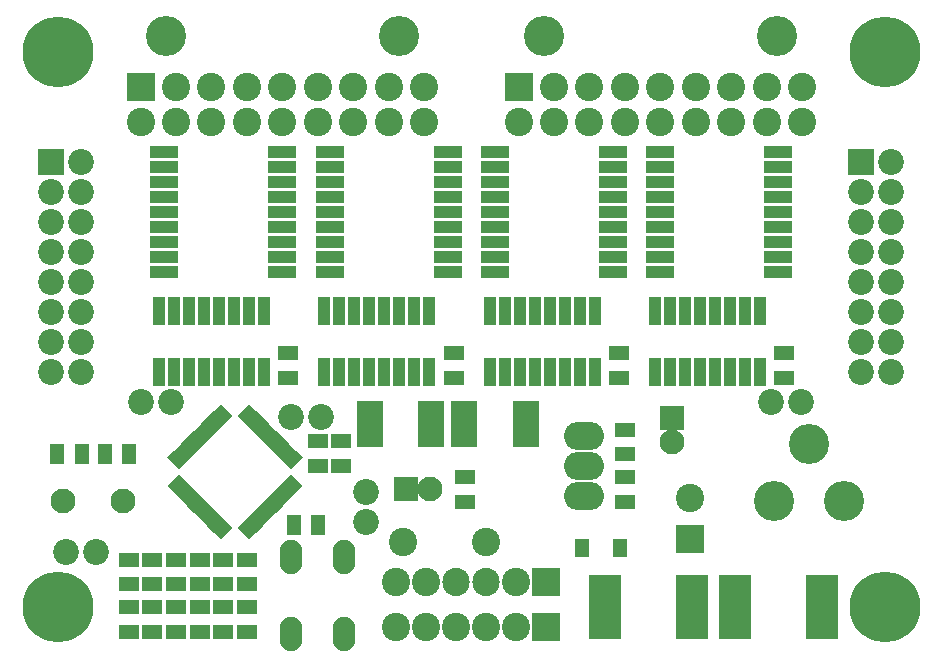
<source format=gbr>
G04 #@! TF.FileFunction,Soldermask,Top*
%FSLAX46Y46*%
G04 Gerber Fmt 4.6, Leading zero omitted, Abs format (unit mm)*
G04 Created by KiCad (PCBNEW (2015-08-26 BZR 6129, Git 2e41367)-product) date 17-08-10 10:08:59 AM*
%MOMM*%
G01*
G04 APERTURE LIST*
%ADD10C,0.100000*%
%ADD11R,1.700000X1.300000*%
%ADD12R,1.000000X2.400000*%
%ADD13R,2.400000X1.000000*%
%ADD14R,2.190000X2.190000*%
%ADD15C,2.190000*%
%ADD16R,1.300000X1.700000*%
%ADD17O,3.400000X2.400000*%
%ADD18C,6.000000*%
%ADD19R,2.400000X2.400000*%
%ADD20C,2.400000*%
%ADD21O,2.300000X2.400000*%
%ADD22C,2.100000*%
%ADD23R,2.700000X5.500000*%
%ADD24R,2.180000X3.900000*%
%ADD25O,1.900000X2.900000*%
%ADD26C,3.400000*%
%ADD27R,1.310000X1.620000*%
%ADD28R,2.100000X2.100000*%
G04 APERTURE END LIST*
D10*
D11*
X26500000Y10550000D03*
X26500000Y8450000D03*
X-1500000Y10550000D03*
X-1500000Y8450000D03*
D12*
X24445000Y14100000D03*
X23175000Y14100000D03*
X21905000Y14100000D03*
X20635000Y14100000D03*
X19365000Y14100000D03*
X18095000Y14100000D03*
X16825000Y14100000D03*
X15555000Y14100000D03*
X15555000Y8900000D03*
X16825000Y8900000D03*
X18095000Y8900000D03*
X19365000Y8900000D03*
X20635000Y8900000D03*
X21905000Y8900000D03*
X23175000Y8900000D03*
X24445000Y8900000D03*
D13*
X16000000Y27580000D03*
X16000000Y26310000D03*
X16000000Y25040000D03*
X16000000Y23770000D03*
X16000000Y22500000D03*
X16000000Y21230000D03*
X16000000Y19960000D03*
X16000000Y18690000D03*
X16000000Y17420000D03*
X26000000Y17420000D03*
X26000000Y18690000D03*
X26000000Y19960000D03*
X26000000Y21230000D03*
X26000000Y22500000D03*
X26000000Y23770000D03*
X26000000Y25040000D03*
X26000000Y26310000D03*
X26000000Y27580000D03*
D12*
X10445000Y14100000D03*
X9175000Y14100000D03*
X7905000Y14100000D03*
X6635000Y14100000D03*
X5365000Y14100000D03*
X4095000Y14100000D03*
X2825000Y14100000D03*
X1555000Y14100000D03*
X1555000Y8900000D03*
X2825000Y8900000D03*
X4095000Y8900000D03*
X5365000Y8900000D03*
X6635000Y8900000D03*
X7905000Y8900000D03*
X9175000Y8900000D03*
X10445000Y8900000D03*
D13*
X2000000Y27580000D03*
X2000000Y26310000D03*
X2000000Y25040000D03*
X2000000Y23770000D03*
X2000000Y22500000D03*
X2000000Y21230000D03*
X2000000Y19960000D03*
X2000000Y18690000D03*
X2000000Y17420000D03*
X12000000Y17420000D03*
X12000000Y18690000D03*
X12000000Y19960000D03*
X12000000Y21230000D03*
X12000000Y22500000D03*
X12000000Y23770000D03*
X12000000Y25040000D03*
X12000000Y26310000D03*
X12000000Y27580000D03*
D12*
X-3555000Y14100000D03*
X-4825000Y14100000D03*
X-6095000Y14100000D03*
X-7365000Y14100000D03*
X-8635000Y14100000D03*
X-9905000Y14100000D03*
X-11175000Y14100000D03*
X-12445000Y14100000D03*
X-12445000Y8900000D03*
X-11175000Y8900000D03*
X-9905000Y8900000D03*
X-8635000Y8900000D03*
X-7365000Y8900000D03*
X-6095000Y8900000D03*
X-4825000Y8900000D03*
X-3555000Y8900000D03*
D13*
X-12000000Y27580000D03*
X-12000000Y26310000D03*
X-12000000Y25040000D03*
X-12000000Y23770000D03*
X-12000000Y22500000D03*
X-12000000Y21230000D03*
X-12000000Y19960000D03*
X-12000000Y18690000D03*
X-12000000Y17420000D03*
X-2000000Y17420000D03*
X-2000000Y18690000D03*
X-2000000Y19960000D03*
X-2000000Y21230000D03*
X-2000000Y22500000D03*
X-2000000Y23770000D03*
X-2000000Y25040000D03*
X-2000000Y26310000D03*
X-2000000Y27580000D03*
D12*
X-17555000Y14100000D03*
X-18825000Y14100000D03*
X-20095000Y14100000D03*
X-21365000Y14100000D03*
X-22635000Y14100000D03*
X-23905000Y14100000D03*
X-25175000Y14100000D03*
X-26445000Y14100000D03*
X-26445000Y8900000D03*
X-25175000Y8900000D03*
X-23905000Y8900000D03*
X-22635000Y8900000D03*
X-21365000Y8900000D03*
X-20095000Y8900000D03*
X-18825000Y8900000D03*
X-17555000Y8900000D03*
D13*
X-26000000Y27580000D03*
X-26000000Y26310000D03*
X-26000000Y25040000D03*
X-26000000Y23770000D03*
X-26000000Y22500000D03*
X-26000000Y21230000D03*
X-26000000Y19960000D03*
X-26000000Y18690000D03*
X-26000000Y17420000D03*
X-16000000Y17420000D03*
X-16000000Y18690000D03*
X-16000000Y19960000D03*
X-16000000Y21230000D03*
X-16000000Y22500000D03*
X-16000000Y23770000D03*
X-16000000Y25040000D03*
X-16000000Y26310000D03*
X-16000000Y27580000D03*
D11*
X12500000Y10550000D03*
X12500000Y8450000D03*
X-15500000Y10550000D03*
X-15500000Y8450000D03*
D14*
X33020000Y26670000D03*
D15*
X35560000Y26670000D03*
X33020000Y24130000D03*
X35560000Y24130000D03*
X33020000Y21590000D03*
X35560000Y21590000D03*
X33020000Y19050000D03*
X35560000Y19050000D03*
X33020000Y16510000D03*
X35560000Y16510000D03*
X33020000Y13970000D03*
X35560000Y13970000D03*
X33020000Y11430000D03*
X35560000Y11430000D03*
X33020000Y8890000D03*
X35560000Y8890000D03*
D14*
X-35560000Y26670000D03*
D15*
X-33020000Y26670000D03*
X-35560000Y24130000D03*
X-33020000Y24130000D03*
X-35560000Y21590000D03*
X-33020000Y21590000D03*
X-35560000Y19050000D03*
X-33020000Y19050000D03*
X-35560000Y16510000D03*
X-33020000Y16510000D03*
X-35560000Y13970000D03*
X-33020000Y13970000D03*
X-35560000Y11430000D03*
X-33020000Y11430000D03*
X-35560000Y8890000D03*
X-33020000Y8890000D03*
D16*
X10000000Y1000000D03*
D17*
X9540000Y-1540000D03*
X9540000Y1000000D03*
X9540000Y3540000D03*
D11*
X13000000Y-2050000D03*
X13000000Y50000D03*
X13000000Y4050000D03*
X13000000Y1950000D03*
D16*
X-35050000Y2000000D03*
X-32950000Y2000000D03*
X-28950000Y2000000D03*
X-31050000Y2000000D03*
D11*
X-29000000Y-13050000D03*
X-29000000Y-10950000D03*
X-27000000Y-10950000D03*
X-27000000Y-13050000D03*
X-25000000Y-13050000D03*
X-25000000Y-10950000D03*
X-23000000Y-13050000D03*
X-23000000Y-10950000D03*
X-21000000Y-10950000D03*
X-21000000Y-13050000D03*
X-19000000Y-13050000D03*
X-19000000Y-10950000D03*
D18*
X-35000000Y36000000D03*
X35000000Y36000000D03*
X-35000000Y-11000000D03*
X35000000Y-11000000D03*
D19*
X6350000Y-12700000D03*
D20*
X3810000Y-12700000D03*
X1270000Y-12700000D03*
X-1270000Y-12700000D03*
X-3810000Y-12700000D03*
X-6350000Y-12700000D03*
D19*
X6350000Y-8890000D03*
D20*
X3810000Y-8890000D03*
D21*
X1270000Y-8890000D03*
X-1270000Y-8890000D03*
D20*
X-3810000Y-8890000D03*
X-6350000Y-8890000D03*
D11*
X-29000000Y-6950000D03*
X-29000000Y-9050000D03*
X-27000000Y-6950000D03*
X-27000000Y-9050000D03*
X-25000000Y-6950000D03*
X-25000000Y-9050000D03*
X-23000000Y-6950000D03*
X-23000000Y-9050000D03*
X-21000000Y-6950000D03*
X-21000000Y-9050000D03*
X-19000000Y-6950000D03*
X-19000000Y-9050000D03*
D22*
X-34540000Y-2000000D03*
X-29460000Y-2000000D03*
D15*
X25400000Y6350000D03*
X27940000Y6350000D03*
X-27940000Y6350000D03*
X-25400000Y6350000D03*
D23*
X29700000Y-11000000D03*
X22300000Y-11000000D03*
D24*
X4615000Y4500000D03*
X-615000Y4500000D03*
X-3385000Y4500000D03*
X-8615000Y4500000D03*
D25*
X-10750000Y-6750000D03*
X-15250000Y-6750000D03*
X-15250000Y-13250000D03*
X-10750000Y-13250000D03*
D26*
X25600000Y-2000000D03*
X31600000Y-2000000D03*
X28600000Y2800000D03*
D27*
X12635000Y-6000000D03*
X9365000Y-6000000D03*
D20*
X18500000Y-1750000D03*
D19*
X18500000Y-5250000D03*
D22*
X17000000Y3000000D03*
D28*
X17000000Y5000000D03*
D15*
X-8890000Y-3810000D03*
X-8890000Y-1270000D03*
D16*
X-15050000Y-4000000D03*
X-12950000Y-4000000D03*
D10*
G36*
X-21202081Y6227564D02*
X-20212132Y5237615D01*
X-20777817Y4671930D01*
X-21767766Y5661879D01*
X-21202081Y6227564D01*
X-21202081Y6227564D01*
G37*
G36*
X-21767767Y5661879D02*
X-20777818Y4671930D01*
X-21343503Y4106245D01*
X-22333452Y5096194D01*
X-21767767Y5661879D01*
X-21767767Y5661879D01*
G37*
G36*
X-22333452Y5096194D02*
X-21343503Y4106245D01*
X-21909188Y3540560D01*
X-22899137Y4530509D01*
X-22333452Y5096194D01*
X-22333452Y5096194D01*
G37*
G36*
X-22899138Y4530508D02*
X-21909189Y3540559D01*
X-22474874Y2974874D01*
X-23464823Y3964823D01*
X-22899138Y4530508D01*
X-22899138Y4530508D01*
G37*
G36*
X-23464823Y3964823D02*
X-22474874Y2974874D01*
X-23040559Y2409189D01*
X-24030508Y3399138D01*
X-23464823Y3964823D01*
X-23464823Y3964823D01*
G37*
G36*
X-24030509Y3399137D02*
X-23040560Y2409188D01*
X-23606245Y1843503D01*
X-24596194Y2833452D01*
X-24030509Y3399137D01*
X-24030509Y3399137D01*
G37*
G36*
X-24596194Y2833452D02*
X-23606245Y1843503D01*
X-24171930Y1277818D01*
X-25161879Y2267767D01*
X-24596194Y2833452D01*
X-24596194Y2833452D01*
G37*
G36*
X-25161879Y2267766D02*
X-24171930Y1277817D01*
X-24737615Y712132D01*
X-25727564Y1702081D01*
X-25161879Y2267766D01*
X-25161879Y2267766D01*
G37*
G36*
X-24737615Y287868D02*
X-24171930Y-277817D01*
X-25161879Y-1267766D01*
X-25727564Y-702081D01*
X-24737615Y287868D01*
X-24737615Y287868D01*
G37*
G36*
X-24171930Y-277818D02*
X-23606245Y-843503D01*
X-24596194Y-1833452D01*
X-25161879Y-1267767D01*
X-24171930Y-277818D01*
X-24171930Y-277818D01*
G37*
G36*
X-23606245Y-843503D02*
X-23040560Y-1409188D01*
X-24030509Y-2399137D01*
X-24596194Y-1833452D01*
X-23606245Y-843503D01*
X-23606245Y-843503D01*
G37*
G36*
X-23040559Y-1409189D02*
X-22474874Y-1974874D01*
X-23464823Y-2964823D01*
X-24030508Y-2399138D01*
X-23040559Y-1409189D01*
X-23040559Y-1409189D01*
G37*
G36*
X-22474874Y-1974874D02*
X-21909189Y-2540559D01*
X-22899138Y-3530508D01*
X-23464823Y-2964823D01*
X-22474874Y-1974874D01*
X-22474874Y-1974874D01*
G37*
G36*
X-21909188Y-2540560D02*
X-21343503Y-3106245D01*
X-22333452Y-4096194D01*
X-22899137Y-3530509D01*
X-21909188Y-2540560D01*
X-21909188Y-2540560D01*
G37*
G36*
X-21343503Y-3106245D02*
X-20777818Y-3671930D01*
X-21767767Y-4661879D01*
X-22333452Y-4096194D01*
X-21343503Y-3106245D01*
X-21343503Y-3106245D01*
G37*
G36*
X-20777817Y-3671930D02*
X-20212132Y-4237615D01*
X-21202081Y-5227564D01*
X-21767766Y-4661879D01*
X-20777817Y-3671930D01*
X-20777817Y-3671930D01*
G37*
G36*
X-19222183Y-3671930D02*
X-18232234Y-4661879D01*
X-18797919Y-5227564D01*
X-19787868Y-4237615D01*
X-19222183Y-3671930D01*
X-19222183Y-3671930D01*
G37*
G36*
X-18656497Y-3106245D02*
X-17666548Y-4096194D01*
X-18232233Y-4661879D01*
X-19222182Y-3671930D01*
X-18656497Y-3106245D01*
X-18656497Y-3106245D01*
G37*
G36*
X-18090812Y-2540560D02*
X-17100863Y-3530509D01*
X-17666548Y-4096194D01*
X-18656497Y-3106245D01*
X-18090812Y-2540560D01*
X-18090812Y-2540560D01*
G37*
G36*
X-17525126Y-1974874D02*
X-16535177Y-2964823D01*
X-17100862Y-3530508D01*
X-18090811Y-2540559D01*
X-17525126Y-1974874D01*
X-17525126Y-1974874D01*
G37*
G36*
X-16959441Y-1409189D02*
X-15969492Y-2399138D01*
X-16535177Y-2964823D01*
X-17525126Y-1974874D01*
X-16959441Y-1409189D01*
X-16959441Y-1409189D01*
G37*
G36*
X-16393755Y-843503D02*
X-15403806Y-1833452D01*
X-15969491Y-2399137D01*
X-16959440Y-1409188D01*
X-16393755Y-843503D01*
X-16393755Y-843503D01*
G37*
G36*
X-15828070Y-277818D02*
X-14838121Y-1267767D01*
X-15403806Y-1833452D01*
X-16393755Y-843503D01*
X-15828070Y-277818D01*
X-15828070Y-277818D01*
G37*
G36*
X-15262385Y287868D02*
X-14272436Y-702081D01*
X-14838121Y-1267766D01*
X-15828070Y-277817D01*
X-15262385Y287868D01*
X-15262385Y287868D01*
G37*
G36*
X-14838121Y2267766D02*
X-14272436Y1702081D01*
X-15262385Y712132D01*
X-15828070Y1277817D01*
X-14838121Y2267766D01*
X-14838121Y2267766D01*
G37*
G36*
X-15403806Y2833452D02*
X-14838121Y2267767D01*
X-15828070Y1277818D01*
X-16393755Y1843503D01*
X-15403806Y2833452D01*
X-15403806Y2833452D01*
G37*
G36*
X-15969491Y3399137D02*
X-15403806Y2833452D01*
X-16393755Y1843503D01*
X-16959440Y2409188D01*
X-15969491Y3399137D01*
X-15969491Y3399137D01*
G37*
G36*
X-16535177Y3964823D02*
X-15969492Y3399138D01*
X-16959441Y2409189D01*
X-17525126Y2974874D01*
X-16535177Y3964823D01*
X-16535177Y3964823D01*
G37*
G36*
X-17100862Y4530508D02*
X-16535177Y3964823D01*
X-17525126Y2974874D01*
X-18090811Y3540559D01*
X-17100862Y4530508D01*
X-17100862Y4530508D01*
G37*
G36*
X-17666548Y5096194D02*
X-17100863Y4530509D01*
X-18090812Y3540560D01*
X-18656497Y4106245D01*
X-17666548Y5096194D01*
X-17666548Y5096194D01*
G37*
G36*
X-18232233Y5661879D02*
X-17666548Y5096194D01*
X-18656497Y4106245D01*
X-19222182Y4671930D01*
X-18232233Y5661879D01*
X-18232233Y5661879D01*
G37*
G36*
X-18797919Y6227564D02*
X-18232234Y5661879D01*
X-19222183Y4671930D01*
X-19787868Y5237615D01*
X-18797919Y6227564D01*
X-18797919Y6227564D01*
G37*
D11*
X-13000000Y950000D03*
X-13000000Y3050000D03*
X-11000000Y950000D03*
X-11000000Y3050000D03*
D15*
X-15240000Y5080000D03*
X-12700000Y5080000D03*
X-34290000Y-6350000D03*
X-31750000Y-6350000D03*
D23*
X18700000Y-11000000D03*
X11300000Y-11000000D03*
D19*
X4000000Y33080000D03*
D20*
X7000000Y33080000D03*
X10000000Y33080000D03*
X13000000Y33080000D03*
X16000000Y33080000D03*
X19000000Y33080000D03*
X22000000Y33080000D03*
X25000000Y33080000D03*
X28000000Y33080000D03*
X4000000Y30080000D03*
D26*
X6150000Y37400000D03*
X25850000Y37400000D03*
D20*
X7000000Y30080000D03*
X10000000Y30080000D03*
X13000000Y30080000D03*
X16000000Y30080000D03*
X19000000Y30080000D03*
X22000000Y30080000D03*
X25000000Y30080000D03*
X28000000Y30080000D03*
D19*
X-28000000Y33080000D03*
D20*
X-25000000Y33080000D03*
X-22000000Y33080000D03*
X-19000000Y33080000D03*
X-16000000Y33080000D03*
X-13000000Y33080000D03*
X-10000000Y33080000D03*
X-7000000Y33080000D03*
X-4000000Y33080000D03*
X-28000000Y30080000D03*
D26*
X-25850000Y37400000D03*
X-6150000Y37400000D03*
D20*
X-25000000Y30080000D03*
X-22000000Y30080000D03*
X-19000000Y30080000D03*
X-16000000Y30080000D03*
X-13000000Y30080000D03*
X-10000000Y30080000D03*
X-7000000Y30080000D03*
X-4000000Y30080000D03*
X-5750000Y-5500000D03*
X1250000Y-5500000D03*
D22*
X-3500000Y-1000000D03*
D28*
X-5500000Y-1000000D03*
D11*
X-500000Y-2050000D03*
X-500000Y50000D03*
M02*

</source>
